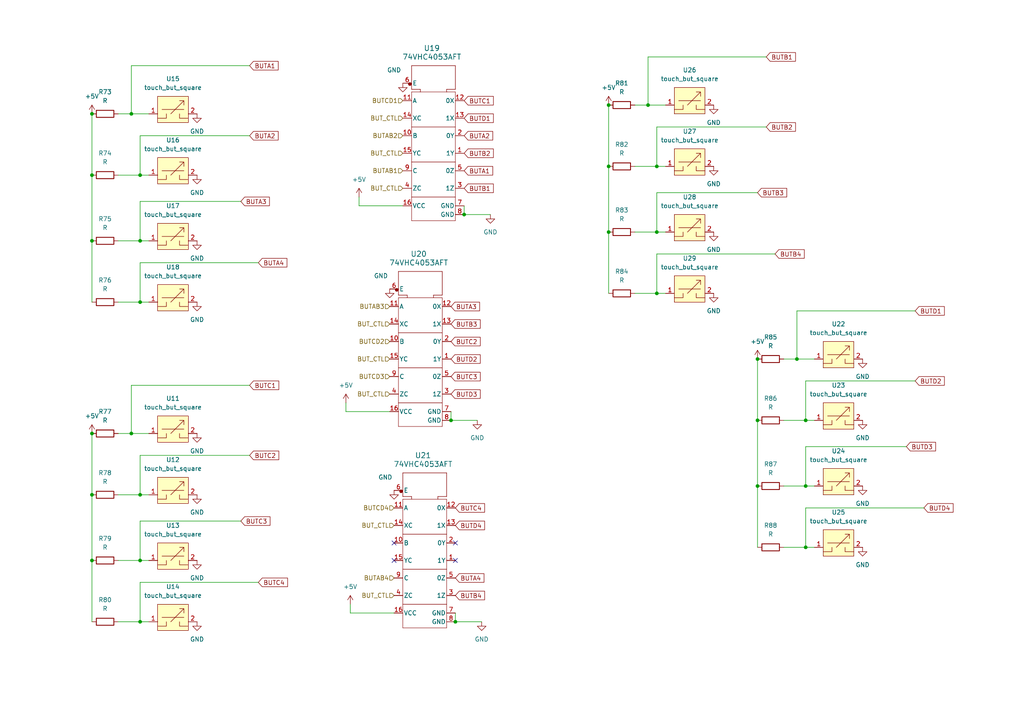
<source format=kicad_sch>
(kicad_sch (version 20231120) (generator "eeschema") (generator_version "8.0")
  (paper "A4")
  (lib_symbols
    (symbol "3dAudioSym:74VHC4053AFT" (pin_names (offset 0.254))
      (property "Reference" "U" (at 0 0 0))
      (property "Value" "74VHC4053AFT" (at 27.94 7.62 0))
      (symbol "74VHC4053AFT_0_1"
        (polyline (pts (xy 2.54 -44.958) (xy 2.54 -7.62)) (stroke (width 0.127)))
        (polyline (pts (xy 2.54 -38.1) (xy 15.24 -38.1)))
        (polyline (pts (xy 2.54 -27.94) (xy 15.24 -27.94)))
        (polyline (pts (xy 2.54 -17.78) (xy 15.24 -17.78)))
        (polyline (pts (xy 2.54 -7.62) (xy 15.24 -7.62)) (stroke (width 0.127)))
        (polyline (pts (xy 2.54 -6.858) (xy 5.08 -6.858)))
        (polyline (pts (xy 2.54 0) (xy 2.54 -6.858)))
        (polyline (pts (xy 2.54 0) (xy 15.24 0)))
        (polyline (pts (xy 5.08 -6.858) (xy 5.08 -7.62)))
        (polyline (pts (xy 12.7 -6.858) (xy 12.7 -7.62)))
        (polyline (pts (xy 15.24 -44.958) (xy 2.54 -44.958)) (stroke (width 0.127)))
        (polyline (pts (xy 15.24 -7.62) (xy 15.24 -44.958)) (stroke (width 0.127)))
        (polyline (pts (xy 15.24 -6.858) (xy 12.7 -6.858)))
        (polyline (pts (xy 15.24 0) (xy 15.24 -6.858)))
        (circle (center 2.032 -5.334) (radius 0.254) (stroke (width 0.508)))
      )
      (symbol "74VHC4053AFT_1_1"
        (pin bidirectional line (at 17.78 -25.4 180) (length 2.54) (name "1Y") (number "1"))
        (pin bidirectional line (at 0 -20.32 0) (length 2.54) (name "B") (number "10"))
        (pin bidirectional line (at 0 -10.16 0) (length 2.54) (name "A") (number "11"))
        (pin bidirectional line (at 17.78 -10.16 180) (length 2.54) (name "0X") (number "12"))
        (pin bidirectional line (at 17.78 -15.24 180) (length 2.54) (name "1X") (number "13"))
        (pin input line (at 0 -15.24 0) (length 2.54) (name "XC") (number "14"))
        (pin input line (at 0 -25.4 0) (length 2.54) (name "YC") (number "15"))
        (pin power_in line (at 0 -40.64 0) (length 2.54) (name "VCC") (number "16"))
        (pin bidirectional line (at 17.78 -20.32 180) (length 2.54) (name "0Y") (number "2"))
        (pin bidirectional line (at 17.78 -35.56 180) (length 2.54) (name "1Z") (number "3"))
        (pin input line (at 0 -35.56 0) (length 2.54) (name "ZC") (number "4"))
        (pin bidirectional line (at 17.78 -30.48 180) (length 2.54) (name "0Z") (number "5"))
        (pin input line (at 0 -5.08 0) (length 2.54) (name "E") (number "6"))
        (pin power_in line (at 17.78 -40.64 180) (length 2.54) (name "GND") (number "7"))
        (pin power_in line (at 17.78 -43.18 180) (length 2.54) (name "GND") (number "8"))
        (pin bidirectional line (at 0 -30.48 0) (length 2.54) (name "C") (number "9"))
      )
    )
    (symbol "3dAudioSym:touch_but_square"
      (property "Reference" "U" (at 7.62 -3.81 0))
      (property "Value" "touch_but_square" (at -2.54 -5.08 0))
      (symbol "touch_but_square_0_1"
        (rectangle (start -3.81 6.35) (end 5.08 -1.27) (fill (type background)))
        (polyline (pts (xy -2.54 2.54) (xy 3.81 2.54)))
        (polyline (pts (xy -3.81 0) (xy -1.27 0) (xy -1.27 1.27)))
        (polyline (pts (xy 5.08 0) (xy 2.54 0) (xy 2.54 1.27)))
        (polyline (pts (xy 0 1.27) (xy 3.81 5.08) (xy 2.54 5.08) (xy 3.81 5.08) (xy 3.81 3.81)))
      )
      (symbol "touch_but_square_1_1"
        (pin input line (at -6.35 1.27 0) (length 2.54) (name "") (number "1"))
        (pin input line (at 7.62 1.27 180) (length 2.54) (name "") (number "2"))
      )
    )
    (symbol "74VHC4053AFT_1" (pin_names (offset 0.254))
      (property "Reference" "U" (at 0 0 0))
      (property "Value" "74VHC4053AFT" (at 27.94 7.62 0))
      (symbol "74VHC4053AFT_1_0_1"
        (polyline (pts (xy 2.54 -44.958) (xy 2.54 -7.62)) (stroke (width 0.127)))
        (polyline (pts (xy 2.54 -38.1) (xy 15.24 -38.1)))
        (polyline (pts (xy 2.54 -27.94) (xy 15.24 -27.94)))
        (polyline (pts (xy 2.54 -17.78) (xy 15.24 -17.78)))
        (polyline (pts (xy 2.54 -7.62) (xy 15.24 -7.62)) (stroke (width 0.127)))
        (polyline (pts (xy 2.54 -6.858) (xy 5.08 -6.858)))
        (polyline (pts (xy 2.54 0) (xy 2.54 -6.858)))
        (polyline (pts (xy 2.54 0) (xy 15.24 0)))
        (polyline (pts (xy 5.08 -6.858) (xy 5.08 -7.62)))
        (polyline (pts (xy 12.7 -6.858) (xy 12.7 -7.62)))
        (polyline (pts (xy 15.24 -44.958) (xy 2.54 -44.958)) (stroke (width 0.127)))
        (polyline (pts (xy 15.24 -7.62) (xy 15.24 -44.958)) (stroke (width 0.127)))
        (polyline (pts (xy 15.24 -6.858) (xy 12.7 -6.858)))
        (polyline (pts (xy 15.24 0) (xy 15.24 -6.858)))
        (circle (center 2.032 -5.334) (radius 0.254) (stroke (width 0.508)))
      )
      (symbol "74VHC4053AFT_1_1_1"
        (pin bidirectional line (at 17.78 -25.4 180) (length 2.54) (name "1Y") (number "1"))
        (pin bidirectional line (at 0 -20.32 0) (length 2.54) (name "B") (number "10"))
        (pin bidirectional line (at 0 -10.16 0) (length 2.54) (name "A") (number "11"))
        (pin bidirectional line (at 17.78 -10.16 180) (length 2.54) (name "0X") (number "12"))
        (pin bidirectional line (at 17.78 -15.24 180) (length 2.54) (name "1X") (number "13"))
        (pin input line (at 0 -15.24 0) (length 2.54) (name "XC") (number "14"))
        (pin input line (at 0 -25.4 0) (length 2.54) (name "YC") (number "15"))
        (pin power_in line (at 0 -40.64 0) (length 2.54) (name "VCC") (number "16"))
        (pin bidirectional line (at 17.78 -20.32 180) (length 2.54) (name "0Y") (number "2"))
        (pin bidirectional line (at 17.78 -35.56 180) (length 2.54) (name "1Z") (number "3"))
        (pin input line (at 0 -35.56 0) (length 2.54) (name "ZC") (number "4"))
        (pin bidirectional line (at 17.78 -30.48 180) (length 2.54) (name "0Z") (number "5"))
        (pin input line (at 0 -5.08 0) (length 2.54) (name "E") (number "6"))
        (pin power_in line (at 17.78 -40.64 180) (length 2.54) (name "GND") (number "7"))
        (pin power_in line (at 17.78 -43.18 180) (length 2.54) (name "GND") (number "8"))
        (pin bidirectional line (at 0 -30.48 0) (length 2.54) (name "C") (number "9"))
      )
    )
    (symbol "74VHC4053AFT_2" (pin_names (offset 0.254))
      (property "Reference" "U" (at 0 0 0))
      (property "Value" "74VHC4053AFT" (at 27.94 7.62 0))
      (symbol "74VHC4053AFT_2_0_1"
        (polyline (pts (xy 2.54 -44.958) (xy 2.54 -7.62)) (stroke (width 0.127)))
        (polyline (pts (xy 2.54 -38.1) (xy 15.24 -38.1)))
        (polyline (pts (xy 2.54 -27.94) (xy 15.24 -27.94)))
        (polyline (pts (xy 2.54 -17.78) (xy 15.24 -17.78)))
        (polyline (pts (xy 2.54 -7.62) (xy 15.24 -7.62)) (stroke (width 0.127)))
        (polyline (pts (xy 2.54 -6.858) (xy 5.08 -6.858)))
        (polyline (pts (xy 2.54 0) (xy 2.54 -6.858)))
        (polyline (pts (xy 2.54 0) (xy 15.24 0)))
        (polyline (pts (xy 5.08 -6.858) (xy 5.08 -7.62)))
        (polyline (pts (xy 12.7 -6.858) (xy 12.7 -7.62)))
        (polyline (pts (xy 15.24 -44.958) (xy 2.54 -44.958)) (stroke (width 0.127)))
        (polyline (pts (xy 15.24 -7.62) (xy 15.24 -44.958)) (stroke (width 0.127)))
        (polyline (pts (xy 15.24 -6.858) (xy 12.7 -6.858)))
        (polyline (pts (xy 15.24 0) (xy 15.24 -6.858)))
        (circle (center 2.032 -5.334) (radius 0.254) (stroke (width 0.508)))
      )
      (symbol "74VHC4053AFT_2_1_1"
        (pin bidirectional line (at 17.78 -25.4 180) (length 2.54) (name "1Y") (number "1"))
        (pin bidirectional line (at 0 -20.32 0) (length 2.54) (name "B") (number "10"))
        (pin bidirectional line (at 0 -10.16 0) (length 2.54) (name "A") (number "11"))
        (pin bidirectional line (at 17.78 -10.16 180) (length 2.54) (name "0X") (number "12"))
        (pin bidirectional line (at 17.78 -15.24 180) (length 2.54) (name "1X") (number "13"))
        (pin input line (at 0 -15.24 0) (length 2.54) (name "XC") (number "14"))
        (pin input line (at 0 -25.4 0) (length 2.54) (name "YC") (number "15"))
        (pin power_in line (at 0 -40.64 0) (length 2.54) (name "VCC") (number "16"))
        (pin bidirectional line (at 17.78 -20.32 180) (length 2.54) (name "0Y") (number "2"))
        (pin bidirectional line (at 17.78 -35.56 180) (length 2.54) (name "1Z") (number "3"))
        (pin input line (at 0 -35.56 0) (length 2.54) (name "ZC") (number "4"))
        (pin bidirectional line (at 17.78 -30.48 180) (length 2.54) (name "0Z") (number "5"))
        (pin input line (at 0 -5.08 0) (length 2.54) (name "E") (number "6"))
        (pin power_in line (at 17.78 -40.64 180) (length 2.54) (name "GND") (number "7"))
        (pin power_in line (at 17.78 -43.18 180) (length 2.54) (name "GND") (number "8"))
        (pin bidirectional line (at 0 -30.48 0) (length 2.54) (name "C") (number "9"))
      )
    )
    (symbol "Device:R" (pin_numbers hide) (pin_names (offset 0))
      (property "Reference" "R" (at 2.032 0 90))
      (property "Value" "R" (at 0 0 90))
      (symbol "R_0_1"
        (rectangle (start -1.016 -2.54) (end 1.016 2.54) (stroke (width 0.254)))
      )
      (symbol "R_1_1"
        (pin passive line (at 0 3.81 270) (length 1.27) (name "~") (number "1"))
        (pin passive line (at 0 -3.81 90) (length 1.27) (name "~") (number "2"))
      )
    )
    (symbol "power:+5V" (power) (pin_names (offset 0))
      (property "Value" "+5V" (at 0 3.556 0))
      (symbol "+5V_0_1"
        (polyline (pts (xy -0.762 1.27) (xy 0 2.54)))
        (polyline (pts (xy 0 0) (xy 0 2.54)))
        (polyline (pts (xy 0 2.54) (xy 0.762 1.27)))
      )
      (symbol "+5V_1_1"
        (pin power_in line (at 0 0 90) (length 0) hide (name "+5V") (number "1"))
      )
    )
    (symbol "power:GND" (power) (pin_names (offset 0))
      (property "Value" "GND" (at 0 -3.81 0))
      (symbol "GND_0_1"
        (polyline (pts (xy 0 0) (xy 0 -1.27) (xy 1.27 -1.27) (xy 0 -2.54) (xy -1.27 -1.27) (xy 0 -1.27)))
      )
      (symbol "GND_1_1"
        (pin power_in line (at 0 0 270) (length 0) hide (name "GND") (number "1"))
      )
    )
  )
  (junction (at 134.62 62.23))
  (junction (at 231.14 104.14))
  (junction (at 38.1 125.73))
  (junction (at 190.5 48.26))
  (junction (at 26.67 162.56))
  (junction (at 187.96 30.48))
  (junction (at 38.1 33.02))
  (junction (at 190.5 85.09))
  (junction (at 176.53 48.26))
  (junction (at 40.64 87.63))
  (junction (at 219.71 121.92))
  (junction (at 26.67 69.85))
  (junction (at 176.53 30.48))
  (junction (at 26.67 50.8))
  (junction (at 132.08 180.34))
  (junction (at 26.67 143.51))
  (junction (at 219.71 140.97))
  (junction (at 190.5 67.31))
  (junction (at 40.64 180.34))
  (junction (at 233.68 121.92))
  (junction (at 130.81 121.92))
  (junction (at 233.68 158.75))
  (junction (at 219.71 104.14))
  (junction (at 40.64 162.56))
  (junction (at 40.64 143.51))
  (junction (at 40.64 50.8))
  (junction (at 26.67 33.02))
  (junction (at 176.53 67.31))
  (junction (at 40.64 69.85))
  (junction (at 26.67 125.73))
  (junction (at 233.68 140.97))
  (no_connect (at 132.08 157.48))
  (no_connect (at 114.3 157.48))
  (no_connect (at 132.08 162.56))
  (no_connect (at 114.3 162.56))
  (wire (pts (xy 222.25 36.83) (xy 190.5 36.83)))
  (wire (pts (xy 130.81 119.38) (xy 130.81 121.92)))
  (wire (pts (xy 219.71 121.92) (xy 219.71 140.97)))
  (wire (pts (xy 233.68 110.49) (xy 233.68 121.92)))
  (wire (pts (xy 101.6 177.8) (xy 114.3 177.8)))
  (wire (pts (xy 190.5 85.09) (xy 193.04 85.09)))
  (wire (pts (xy 40.64 58.42) (xy 40.64 69.85)))
  (wire (pts (xy 219.71 140.97) (xy 219.71 158.75)))
  (wire (pts (xy 233.68 147.32) (xy 267.97 147.32)))
  (wire (pts (xy 34.29 87.63) (xy 40.64 87.63)))
  (wire (pts (xy 26.67 162.56) (xy 26.67 180.34)))
  (wire (pts (xy 233.68 158.75) (xy 236.22 158.75)))
  (wire (pts (xy 227.33 104.14) (xy 231.14 104.14)))
  (wire (pts (xy 233.68 129.54) (xy 233.68 140.97)))
  (wire (pts (xy 34.29 180.34) (xy 40.64 180.34)))
  (wire (pts (xy 26.67 33.02) (xy 26.67 50.8)))
  (wire (pts (xy 190.5 36.83) (xy 190.5 48.26)))
  (wire (pts (xy 34.29 33.02) (xy 38.1 33.02)))
  (wire (pts (xy 72.39 132.08) (xy 40.64 132.08)))
  (wire (pts (xy 231.14 104.14) (xy 231.14 90.17)))
  (wire (pts (xy 104.14 57.15) (xy 104.14 59.69)))
  (wire (pts (xy 34.29 125.73) (xy 38.1 125.73)))
  (wire (pts (xy 130.81 121.92) (xy 138.43 121.92)))
  (wire (pts (xy 265.43 110.49) (xy 233.68 110.49)))
  (wire (pts (xy 184.15 67.31) (xy 190.5 67.31)))
  (wire (pts (xy 219.71 104.14) (xy 219.71 121.92)))
  (wire (pts (xy 34.29 50.8) (xy 40.64 50.8)))
  (wire (pts (xy 233.68 121.92) (xy 236.22 121.92)))
  (wire (pts (xy 38.1 19.05) (xy 72.39 19.05)))
  (wire (pts (xy 190.5 73.66) (xy 224.79 73.66)))
  (wire (pts (xy 132.08 177.8) (xy 132.08 180.34)))
  (wire (pts (xy 101.6 175.26) (xy 101.6 177.8)))
  (wire (pts (xy 34.29 162.56) (xy 40.64 162.56)))
  (wire (pts (xy 40.64 143.51) (xy 43.18 143.51)))
  (wire (pts (xy 38.1 33.02) (xy 38.1 19.05)))
  (wire (pts (xy 72.39 39.37) (xy 40.64 39.37)))
  (wire (pts (xy 26.67 50.8) (xy 26.67 69.85)))
  (wire (pts (xy 190.5 73.66) (xy 190.5 85.09)))
  (wire (pts (xy 100.33 119.38) (xy 113.03 119.38)))
  (wire (pts (xy 40.64 58.42) (xy 69.85 58.42)))
  (wire (pts (xy 40.64 87.63) (xy 43.18 87.63)))
  (wire (pts (xy 38.1 125.73) (xy 43.18 125.73)))
  (wire (pts (xy 40.64 132.08) (xy 40.64 143.51)))
  (wire (pts (xy 38.1 33.02) (xy 43.18 33.02)))
  (wire (pts (xy 231.14 104.14) (xy 236.22 104.14)))
  (wire (pts (xy 40.64 168.91) (xy 74.93 168.91)))
  (wire (pts (xy 40.64 168.91) (xy 40.64 180.34)))
  (wire (pts (xy 187.96 30.48) (xy 187.96 16.51)))
  (wire (pts (xy 40.64 76.2) (xy 40.64 87.63)))
  (wire (pts (xy 187.96 30.48) (xy 193.04 30.48)))
  (wire (pts (xy 100.33 116.84) (xy 100.33 119.38)))
  (wire (pts (xy 227.33 121.92) (xy 233.68 121.92)))
  (wire (pts (xy 40.64 69.85) (xy 43.18 69.85)))
  (wire (pts (xy 190.5 55.88) (xy 190.5 67.31)))
  (wire (pts (xy 40.64 180.34) (xy 43.18 180.34)))
  (wire (pts (xy 176.53 48.26) (xy 176.53 67.31)))
  (wire (pts (xy 184.15 85.09) (xy 190.5 85.09)))
  (wire (pts (xy 38.1 111.76) (xy 72.39 111.76)))
  (wire (pts (xy 38.1 125.73) (xy 38.1 111.76)))
  (wire (pts (xy 190.5 67.31) (xy 193.04 67.31)))
  (wire (pts (xy 227.33 140.97) (xy 233.68 140.97)))
  (wire (pts (xy 190.5 48.26) (xy 193.04 48.26)))
  (wire (pts (xy 233.68 147.32) (xy 233.68 158.75)))
  (wire (pts (xy 34.29 143.51) (xy 40.64 143.51)))
  (wire (pts (xy 40.64 76.2) (xy 74.93 76.2)))
  (wire (pts (xy 184.15 30.48) (xy 187.96 30.48)))
  (wire (pts (xy 187.96 16.51) (xy 222.25 16.51)))
  (wire (pts (xy 233.68 140.97) (xy 236.22 140.97)))
  (wire (pts (xy 176.53 30.48) (xy 176.53 48.26)))
  (wire (pts (xy 26.67 69.85) (xy 26.67 87.63)))
  (wire (pts (xy 184.15 48.26) (xy 190.5 48.26)))
  (wire (pts (xy 233.68 129.54) (xy 262.89 129.54)))
  (wire (pts (xy 231.14 90.17) (xy 265.43 90.17)))
  (wire (pts (xy 134.62 59.69) (xy 134.62 62.23)))
  (wire (pts (xy 132.08 180.34) (xy 139.7 180.34)))
  (wire (pts (xy 26.67 143.51) (xy 26.67 162.56)))
  (wire (pts (xy 34.29 69.85) (xy 40.64 69.85)))
  (wire (pts (xy 40.64 151.13) (xy 69.85 151.13)))
  (wire (pts (xy 227.33 158.75) (xy 233.68 158.75)))
  (wire (pts (xy 190.5 55.88) (xy 219.71 55.88)))
  (wire (pts (xy 40.64 151.13) (xy 40.64 162.56)))
  (wire (pts (xy 40.64 39.37) (xy 40.64 50.8)))
  (wire (pts (xy 176.53 67.31) (xy 176.53 85.09)))
  (wire (pts (xy 104.14 59.69) (xy 116.84 59.69)))
  (wire (pts (xy 134.62 62.23) (xy 142.24 62.23)))
  (wire (pts (xy 26.67 125.73) (xy 26.67 143.51)))
  (wire (pts (xy 40.64 162.56) (xy 43.18 162.56)))
  (wire (pts (xy 40.64 50.8) (xy 43.18 50.8)))
  (global_label "BUTA2" (shape input) (at 72.39 39.37 0) (property "Intersheetrefs" "${INTERSHEET_REFS}" (effects (hide yes))))
  (global_label "BUTB3" (shape input) (at 130.81 93.98 0) (property "Intersheetrefs" "${INTERSHEET_REFS}" (effects (hide yes))))
  (global_label "BUTA4" (shape input) (at 74.93 76.2 0) (property "Intersheetrefs" "${INTERSHEET_REFS}" (effects (hide yes))))
  (global_label "BUTC1" (shape input) (at 72.39 111.76 0) (property "Intersheetrefs" "${INTERSHEET_REFS}" (effects (hide yes))))
  (global_label "BUTC3" (shape input) (at 130.81 109.22 0) (property "Intersheetrefs" "${INTERSHEET_REFS}" (effects (hide yes))))
  (global_label "BUTA3" (shape input) (at 69.85 58.42 0) (property "Intersheetrefs" "${INTERSHEET_REFS}" (effects (hide yes))))
  (global_label "BUTA1" (shape input) (at 72.39 19.05 0) (property "Intersheetrefs" "${INTERSHEET_REFS}" (effects (hide yes))))
  (global_label "BUTD3" (shape input) (at 130.81 114.3 0) (property "Intersheetrefs" "${INTERSHEET_REFS}" (effects (hide yes))))
  (global_label "BUTB4" (shape input) (at 224.79 73.66 0) (property "Intersheetrefs" "${INTERSHEET_REFS}" (effects (hide yes))))
  (global_label "BUTC4" (shape input) (at 132.08 147.32 0) (property "Intersheetrefs" "${INTERSHEET_REFS}" (effects (hide yes))))
  (global_label "BUTD3" (shape input) (at 262.89 129.54 0) (property "Intersheetrefs" "${INTERSHEET_REFS}" (effects (hide yes))))
  (global_label "BUTA3" (shape input) (at 130.81 88.9 0) (property "Intersheetrefs" "${INTERSHEET_REFS}" (effects (hide yes))))
  (global_label "BUTC2" (shape input) (at 130.81 99.06 0) (property "Intersheetrefs" "${INTERSHEET_REFS}" (effects (hide yes))))
  (global_label "BUTC4" (shape input) (at 74.93 168.91 0) (property "Intersheetrefs" "${INTERSHEET_REFS}" (effects (hide yes))))
  (global_label "BUTB4" (shape input) (at 132.08 172.72 0) (property "Intersheetrefs" "${INTERSHEET_REFS}" (effects (hide yes))))
  (global_label "BUTB2" (shape input) (at 134.62 44.45 0) (property "Intersheetrefs" "${INTERSHEET_REFS}" (effects (hide yes))))
  (global_label "BUTD1" (shape input) (at 265.43 90.17 0) (property "Intersheetrefs" "${INTERSHEET_REFS}" (effects (hide yes))))
  (global_label "BUTD1" (shape input) (at 134.62 34.29 0) (property "Intersheetrefs" "${INTERSHEET_REFS}" (effects (hide yes))))
  (global_label "BUTD4" (shape input) (at 267.97 147.32 0) (property "Intersheetrefs" "${INTERSHEET_REFS}" (effects (hide yes))))
  (global_label "BUTC2" (shape input) (at 72.39 132.08 0) (property "Intersheetrefs" "${INTERSHEET_REFS}" (effects (hide yes))))
  (global_label "BUTD4" (shape input) (at 132.08 152.4 0) (property "Intersheetrefs" "${INTERSHEET_REFS}" (effects (hide yes))))
  (global_label "BUTB1" (shape input) (at 134.62 54.61 0) (property "Intersheetrefs" "${INTERSHEET_REFS}" (effects (hide yes))))
  (global_label "BUTD2" (shape input) (at 130.81 104.14 0) (property "Intersheetrefs" "${INTERSHEET_REFS}" (effects (hide yes))))
  (global_label "BUTC1" (shape input) (at 134.62 29.21 0) (property "Intersheetrefs" "${INTERSHEET_REFS}" (effects (hide yes))))
  (global_label "BUTD2" (shape input) (at 265.43 110.49 0) (property "Intersheetrefs" "${INTERSHEET_REFS}" (effects (hide yes))))
  (global_label "BUTA1" (shape input) (at 134.62 49.53 0) (property "Intersheetrefs" "${INTERSHEET_REFS}" (effects (hide yes))))
  (global_label "BUTB3" (shape input) (at 219.71 55.88 0) (property "Intersheetrefs" "${INTERSHEET_REFS}" (effects (hide yes))))
  (global_label "BUTB1" (shape input) (at 222.25 16.51 0) (property "Intersheetrefs" "${INTERSHEET_REFS}" (effects (hide yes))))
  (global_label "BUTA2" (shape input) (at 134.62 39.37 0) (property "Intersheetrefs" "${INTERSHEET_REFS}" (effects (hide yes))))
  (global_label "BUTC3" (shape input) (at 69.85 151.13 0) (property "Intersheetrefs" "${INTERSHEET_REFS}" (effects (hide yes))))
  (global_label "BUTB2" (shape input) (at 222.25 36.83 0) (property "Intersheetrefs" "${INTERSHEET_REFS}" (effects (hide yes))))
  (global_label "BUTA4" (shape input) (at 132.08 167.64 0) (property "Intersheetrefs" "${INTERSHEET_REFS}" (effects (hide yes))))
  (hierarchical_label "BUT_CTL" (shape input) (at 116.84 44.45 180))
  (hierarchical_label "BUTAB2" (shape input) (at 116.84 39.37 180))
  (hierarchical_label "BUTAB3" (shape input) (at 113.03 88.9 180))
  (hierarchical_label "BUT_CTL" (shape input) (at 114.3 152.4 180))
  (hierarchical_label "BUT_CTL" (shape input) (at 113.03 104.14 180))
  (hierarchical_label "BUT_CTL" (shape input) (at 114.3 172.72 180))
  (hierarchical_label "BUTCD4" (shape input) (at 114.3 147.32 180))
  (hierarchical_label "BUTAB4" (shape input) (at 114.3 167.64 180))
  (hierarchical_label "BUTCD3" (shape input) (at 113.03 109.22 180))
  (hierarchical_label "BUT_CTL" (shape input) (at 113.03 114.3 180))
  (hierarchical_label "BUTAB1" (shape input) (at 116.84 49.53 180))
  (hierarchical_label "BUT_CTL" (shape input) (at 116.84 34.29 180))
  (hierarchical_label "BUT_CTL" (shape input) (at 116.84 54.61 180))
  (hierarchical_label "BUTCD1" (shape input) (at 116.84 29.21 180))
  (hierarchical_label "BUT_CTL" (shape input) (at 113.03 93.98 180))
  (hierarchical_label "BUTCD2" (shape input) (at 113.03 99.06 180))
  (symbol (lib_id "power:GND") (at 207.01 85.09 0) (unit 1)
    (property "Reference" "#PWR045" (effects (hide yes)))
    (property "Value" "GND" (at 207.01 90.17 0))
  )
  (symbol (lib_id "power:GND") (at 57.15 125.73 0) (unit 1)
    (property "Reference" "#PWR031" (effects (hide yes)))
    (property "Value" "GND" (at 57.15 130.81 0))
  )
  (symbol (lib_id "3dAudioSym:touch_but_square") (at 199.39 86.36 0) (unit 1)
    (property "Reference" "U29" (at 200.025 74.93 0))
    (property "Value" "touch_but_square" (at 200.025 77.47 0))
    (property "Footprint" "3dAudioFoot:But_Velo_Rec_1" (effects (hide yes)))
  )
  (symbol (lib_id "Device:R") (at 30.48 162.56 90) (unit 1)
    (property "Reference" "R79" (at 30.48 156.21 90))
    (property "Value" "R" (at 30.48 158.75 90))
    (property "Footprint" "Resistor_SMD:R_1206_3216Metric_Pad1.30x1.75mm_HandSolder" (effects (hide yes)))
  )
  (symbol (lib_id "power:GND") (at 57.15 69.85 0) (unit 1)
    (property "Reference" "#PWR036" (effects (hide yes)))
    (property "Value" "GND" (at 57.15 74.93 0))
  )
  (symbol (lib_id "power:GND") (at 207.01 48.26 0) (unit 1)
    (property "Reference" "#PWR043" (effects (hide yes)))
    (property "Value" "GND" (at 207.01 53.34 0))
  )
  (symbol (lib_id "power:GND") (at 57.15 87.63 0) (unit 1)
    (property "Reference" "#PWR041" (effects (hide yes)))
    (property "Value" "GND" (at 57.15 92.71 0))
  )
  (symbol (lib_id "Device:R") (at 30.48 143.51 90) (unit 1)
    (property "Reference" "R78" (at 30.48 137.16 90))
    (property "Value" "R" (at 30.48 139.7 90))
    (property "Footprint" "Resistor_SMD:R_1206_3216Metric_Pad1.30x1.75mm_HandSolder" (effects (hide yes)))
  )
  (symbol (lib_id "3dAudioSym:touch_but_square") (at 49.53 181.61 0) (unit 1)
    (property "Reference" "U14" (at 50.165 170.18 0))
    (property "Value" "touch_but_square" (at 50.165 172.72 0))
    (property "Footprint" "3dAudioFoot:But_Velo_Rec_1" (effects (hide yes)))
  )
  (symbol (lib_id "Device:R") (at 180.34 30.48 90) (unit 1)
    (property "Reference" "R81" (at 180.34 24.13 90))
    (property "Value" "R" (at 180.34 26.67 90))
    (property "Footprint" "Resistor_SMD:R_1206_3216Metric_Pad1.30x1.75mm_HandSolder" (effects (hide yes)))
  )
  (symbol (lib_id "power:GND") (at 57.15 143.51 0) (unit 1)
    (property "Reference" "#PWR032" (effects (hide yes)))
    (property "Value" "GND" (at 57.15 148.59 0))
  )
  (symbol (lib_id "Device:R") (at 30.48 33.02 90) (unit 1)
    (property "Reference" "R73" (at 30.48 26.67 90))
    (property "Value" "R" (at 30.48 29.21 90))
    (property "Footprint" "Resistor_SMD:R_1206_3216Metric_Pad1.30x1.75mm_HandSolder" (effects (hide yes)))
  )
  (symbol (lib_id "power:GND") (at 57.15 50.8 0) (unit 1)
    (property "Reference" "#PWR035" (effects (hide yes)))
    (property "Value" "GND" (at 57.15 55.88 0))
  )
  (symbol (lib_id "3dAudioSym:touch_but_square") (at 242.57 142.24 0) (unit 1)
    (property "Reference" "U24" (at 243.205 130.81 0))
    (property "Value" "touch_but_square" (at 243.205 133.35 0))
    (property "Footprint" "3dAudioFoot:But_Velo_Rec_1" (effects (hide yes)))
  )
  (symbol (lib_id "3dAudioSym:touch_but_square") (at 49.53 34.29 0) (unit 1)
    (property "Reference" "U15" (at 50.165 22.86 0))
    (property "Value" "touch_but_square" (at 50.165 25.4 0))
    (property "Footprint" "3dAudioFoot:But_Velo_Rec_1" (effects (hide yes)))
  )
  (symbol (lib_id "power:GND") (at 138.43 121.92 0) (unit 1)
    (property "Reference" "#PWR052" (effects (hide yes)))
    (property "Value" "GND" (at 138.43 127 0))
  )
  (symbol (lib_id "3dAudioSym:touch_but_square") (at 49.53 144.78 0) (unit 1)
    (property "Reference" "U12" (at 50.165 133.35 0))
    (property "Value" "touch_but_square" (at 50.165 135.89 0))
    (property "Footprint" "3dAudioFoot:But_Velo_Rec_1" (effects (hide yes)))
  )
  (symbol (lib_id "Device:R") (at 223.52 121.92 90) (unit 1)
    (property "Reference" "R86" (at 223.52 115.57 90))
    (property "Value" "R" (at 223.52 118.11 90))
    (property "Footprint" "Resistor_SMD:R_1206_3216Metric_Pad1.30x1.75mm_HandSolder" (effects (hide yes)))
  )
  (symbol (lib_id "Device:R") (at 30.48 87.63 90) (unit 1)
    (property "Reference" "R76" (at 30.48 81.28 90))
    (property "Value" "R" (at 30.48 83.82 90))
    (property "Footprint" "Resistor_SMD:R_1206_3216Metric_Pad1.30x1.75mm_HandSolder" (effects (hide yes)))
  )
  (symbol (lib_id "power:+5V") (at 100.33 116.84 0) (unit 1)
    (property "Reference" "#PWR054" (effects (hide yes)))
    (property "Value" "+5V" (at 100.33 111.76 0))
  )
  (symbol (lib_id "3dAudioSym:touch_but_square") (at 242.57 105.41 0) (unit 1)
    (property "Reference" "U22" (at 243.205 93.98 0))
    (property "Value" "touch_but_square" (at 243.205 96.52 0))
    (property "Footprint" "3dAudioFoot:But_Velo_Rec_1" (effects (hide yes)))
  )
  (symbol (lib_id "Device:R") (at 30.48 69.85 90) (unit 1)
    (property "Reference" "R75" (at 30.48 63.5 90))
    (property "Value" "R" (at 30.48 66.04 90))
    (property "Footprint" "Resistor_SMD:R_1206_3216Metric_Pad1.30x1.75mm_HandSolder" (effects (hide yes)))
  )
  (symbol (lib_id "Device:R") (at 223.52 140.97 90) (unit 1)
    (property "Reference" "R87" (at 223.52 134.62 90))
    (property "Value" "R" (at 223.52 137.16 90))
    (property "Footprint" "Resistor_SMD:R_1206_3216Metric_Pad1.30x1.75mm_HandSolder" (effects (hide yes)))
  )
  (symbol (lib_id "power:GND") (at 57.15 180.34 0) (unit 1)
    (property "Reference" "#PWR038" (effects (hide yes)))
    (property "Value" "GND" (at 57.15 185.42 0))
  )
  (symbol (lib_id "power:GND") (at 207.01 67.31 0) (unit 1)
    (property "Reference" "#PWR044" (effects (hide yes)))
    (property "Value" "GND" (at 207.01 72.39 0))
  )
  (symbol (lib_id "3dAudioSym:touch_but_square") (at 242.57 123.19 0) (unit 1)
    (property "Reference" "U23" (at 243.205 111.76 0))
    (property "Value" "touch_but_square" (at 243.205 114.3 0))
    (property "Footprint" "3dAudioFoot:But_Velo_Rec_1" (effects (hide yes)))
  )
  (symbol (lib_id "3dAudioSym:touch_but_square") (at 49.53 52.07 0) (unit 1)
    (property "Reference" "U16" (at 50.165 40.64 0))
    (property "Value" "touch_but_square" (at 50.165 43.18 0))
    (property "Footprint" "3dAudioFoot:But_Velo_Rec_1" (effects (hide yes)))
  )
  (symbol (lib_id "3dAudioSym:touch_but_square") (at 199.39 49.53 0) (unit 1)
    (property "Reference" "U27" (at 200.025 38.1 0))
    (property "Value" "touch_but_square" (at 200.025 40.64 0))
    (property "Footprint" "3dAudioFoot:But_Velo_Rec_1" (effects (hide yes)))
  )
  (symbol (lib_id "Device:R") (at 223.52 104.14 90) (unit 1)
    (property "Reference" "R85" (at 223.52 97.79 90))
    (property "Value" "R" (at 223.52 100.33 90))
    (property "Footprint" "Resistor_SMD:R_1206_3216Metric_Pad1.30x1.75mm_HandSolder" (effects (hide yes)))
  )
  (symbol (lib_id "Device:R") (at 30.48 125.73 90) (unit 1)
    (property "Reference" "R77" (at 30.48 119.38 90))
    (property "Value" "R" (at 30.48 121.92 90))
    (property "Footprint" "Resistor_SMD:R_1206_3216Metric_Pad1.30x1.75mm_HandSolder" (effects (hide yes)))
  )
  (symbol (lib_id "3dAudioSym:touch_but_square") (at 242.57 160.02 0) (unit 1)
    (property "Reference" "U25" (at 243.205 148.59 0))
    (property "Value" "touch_but_square" (at 243.205 151.13 0))
    (property "Footprint" "3dAudioFoot:But_Velo_Rec_1" (effects (hide yes)))
  )
  (symbol (lib_id "3dAudioSym:touch_but_square") (at 49.53 88.9 0) (unit 1)
    (property "Reference" "U18" (at 50.165 77.47 0))
    (property "Value" "touch_but_square" (at 50.165 80.01 0))
    (property "Footprint" "3dAudioFoot:But_Velo_Rec_1" (effects (hide yes)))
  )
  (symbol (lib_id "3dAudioSym:touch_but_square") (at 199.39 31.75 0) (unit 1)
    (property "Reference" "U26" (at 200.025 20.32 0))
    (property "Value" "touch_but_square" (at 200.025 22.86 0))
    (property "Footprint" "3dAudioFoot:But_Velo_Rec_1" (effects (hide yes)))
  )
  (symbol (lib_id "power:GND") (at 142.24 62.23 0) (unit 1)
    (property "Reference" "#PWR050" (effects (hide yes)))
    (property "Value" "GND" (at 142.24 67.31 0))
  )
  (symbol (lib_id "3dAudioSym:touch_but_square") (at 49.53 71.12 0) (unit 1)
    (property "Reference" "U17" (at 50.165 59.69 0))
    (property "Value" "touch_but_square" (at 50.165 62.23 0))
    (property "Footprint" "3dAudioFoot:But_Velo_Rec_1" (effects (hide yes)))
  )
  (symbol (lib_id "power:GND") (at 116.84 24.13 0) (unit 1)
    (property "Reference" "#PWR042" (effects (hide yes)))
    (property "Value" "GND" (at 114.3 20.32 0))
  )
  (symbol (lib_id "power:+5V") (at 176.53 30.48 0) (unit 1)
    (property "Reference" "#PWR037" (effects (hide yes)))
    (property "Value" "+5V" (at 176.53 25.4 0))
  )
  (symbol (lib_id "power:GND") (at 207.01 30.48 0) (unit 1)
    (property "Reference" "#PWR040" (effects (hide yes)))
    (property "Value" "GND" (at 207.01 35.56 0))
  )
  (symbol (lib_id "power:+5V") (at 104.14 57.15 0) (unit 1)
    (property "Reference" "#PWR051" (effects (hide yes)))
    (property "Value" "+5V" (at 104.14 52.07 0))
  )
  (symbol (lib_name "74VHC4053AFT_2") (lib_id "3dAudioSym:74VHC4053AFT") (at 113.03 78.74 0) (unit 1)
    (property "Reference" "U20" (at 121.4437 73.66 0) (effects (font (size 1.524 1.524))))
    (property "Value" "74VHC4053AFT" (at 121.4437 76.2 0) (effects (font (size 1.524 1.524))))
    (property "Footprint" "3dAudioFoot:74vhc4053aft" (effects (hide yes)))
    (property "Datasheet" "74VHC4053AFT" (effects (hide yes)))
  )
  (symbol (lib_id "Device:R") (at 223.52 158.75 90) (unit 1)
    (property "Reference" "R88" (at 223.52 152.4 90))
    (property "Value" "R" (at 223.52 154.94 90))
    (property "Footprint" "Resistor_SMD:R_1206_3216Metric_Pad1.30x1.75mm_HandSolder" (effects (hide yes)))
  )
  (symbol (lib_id "3dAudioSym:74VHC4053AFT") (at 114.3 137.16 0) (unit 1)
    (property "Reference" "U21" (at 122.7137 132.08 0) (effects (font (size 1.524 1.524))))
    (property "Value" "74VHC4053AFT" (at 122.7137 134.62 0) (effects (font (size 1.524 1.524))))
    (property "Footprint" "3dAudioFoot:74vhc4053aft" (effects (hide yes)))
    (property "Datasheet" "74VHC4053AFT" (effects (hide yes)))
  )
  (symbol (lib_id "3dAudioSym:touch_but_square") (at 199.39 68.58 0) (unit 1)
    (property "Reference" "U28" (at 200.025 57.15 0))
    (property "Value" "touch_but_square" (at 200.025 59.69 0))
    (property "Footprint" "3dAudioFoot:But_Velo_Rec_1" (effects (hide yes)))
  )
  (symbol (lib_id "power:GND") (at 57.15 162.56 0) (unit 1)
    (property "Reference" "#PWR033" (effects (hide yes)))
    (property "Value" "GND" (at 57.15 167.64 0))
  )
  (symbol (lib_id "Device:R") (at 180.34 85.09 90) (unit 1)
    (property "Reference" "R84" (at 180.34 78.74 90))
    (property "Value" "R" (at 180.34 81.28 90))
    (property "Footprint" "Resistor_SMD:R_1206_3216Metric_Pad1.30x1.75mm_HandSolder" (effects (hide yes)))
  )
  (symbol (lib_id "power:GND") (at 113.03 83.82 0) (unit 1)
    (property "Reference" "#PWR056" (effects (hide yes)))
    (property "Value" "GND" (at 110.49 80.01 0))
  )
  (symbol (lib_id "power:+5V") (at 26.67 125.73 0) (unit 1)
    (property "Reference" "#PWR030" (effects (hide yes)))
    (property "Value" "+5V" (at 26.67 120.65 0))
  )
  (symbol (lib_id "power:+5V") (at 26.67 33.02 0) (unit 1)
    (property "Reference" "#PWR029" (effects (hide yes)))
    (property "Value" "+5V" (at 26.67 27.94 0))
  )
  (symbol (lib_id "3dAudioSym:touch_but_square") (at 49.53 163.83 0) (unit 1)
    (property "Reference" "U13" (at 50.165 152.4 0))
    (property "Value" "touch_but_square" (at 50.165 154.94 0))
    (property "Footprint" "3dAudioFoot:But_Velo_Rec_1" (effects (hide yes)))
  )
  (symbol (lib_id "Device:R") (at 180.34 48.26 90) (unit 1)
    (property "Reference" "R82" (at 180.34 41.91 90))
    (property "Value" "R" (at 180.34 44.45 90))
    (property "Footprint" "Resistor_SMD:R_1206_3216Metric_Pad1.30x1.75mm_HandSolder" (effects (hide yes)))
  )
  (symbol (lib_id "power:GND") (at 250.19 104.14 0) (unit 1)
    (property "Reference" "#PWR046" (effects (hide yes)))
    (property "Value" "GND" (at 250.19 109.22 0))
  )
  (symbol (lib_id "Device:R") (at 30.48 50.8 90) (unit 1)
    (property "Reference" "R74" (at 30.48 44.45 90))
    (property "Value" "R" (at 30.48 46.99 90))
    (property "Footprint" "Resistor_SMD:R_1206_3216Metric_Pad1.30x1.75mm_HandSolder" (effects (hide yes)))
  )
  (symbol (lib_id "Device:R") (at 180.34 67.31 90) (unit 1)
    (property "Reference" "R83" (at 180.34 60.96 90))
    (property "Value" "R" (at 180.34 63.5 90))
    (property "Footprint" "Resistor_SMD:R_1206_3216Metric_Pad1.30x1.75mm_HandSolder" (effects (hide yes)))
  )
  (symbol (lib_id "power:GND") (at 250.19 158.75 0) (unit 1)
    (property "Reference" "#PWR049" (effects (hide yes)))
    (property "Value" "GND" (at 250.19 163.83 0))
  )
  (symbol (lib_id "3dAudioSym:touch_but_square") (at 49.53 127 0) (unit 1)
    (property "Reference" "U11" (at 50.165 115.57 0))
    (property "Value" "touch_but_square" (at 50.165 118.11 0))
    (property "Footprint" "3dAudioFoot:But_Velo_Rec_1" (effects (hide yes)))
  )
  (symbol (lib_id "power:GND") (at 139.7 180.34 0) (unit 1)
    (property "Reference" "#PWR053" (effects (hide yes)))
    (property "Value" "GND" (at 139.7 185.42 0))
  )
  (symbol (lib_id "power:GND") (at 250.19 140.97 0) (unit 1)
    (property "Reference" "#PWR048" (effects (hide yes)))
    (property "Value" "GND" (at 250.19 146.05 0))
  )
  (symbol (lib_id "power:GND") (at 114.3 142.24 0) (unit 1)
    (property "Reference" "#PWR091" (effects (hide yes)))
    (property "Value" "GND" (at 111.76 138.43 0))
  )
  (symbol (lib_id "power:+5V") (at 219.71 104.14 0) (unit 1)
    (property "Reference" "#PWR039" (effects (hide yes)))
    (property "Value" "+5V" (at 219.71 99.06 0))
  )
  (symbol (lib_name "74VHC4053AFT_1") (lib_id "3dAudioSym:74VHC4053AFT") (at 116.84 19.05 0) (unit 1)
    (property "Reference" "U19" (at 125.2537 13.97 0) (effects (font (size 1.524 1.524))))
    (property "Value" "74VHC4053AFT" (at 125.2537 16.51 0) (effects (font (size 1.524 1.524))))
    (property "Footprint" "3dAudioFoot:74vhc4053aft" (effects (hide yes)))
    (property "Datasheet" "74VHC4053AFT" (effects (hide yes)))
  )
  (symbol (lib_id "Device:R") (at 30.48 180.34 90) (unit 1)
    (property "Reference" "R80" (at 30.48 173.99 90))
    (property "Value" "R" (at 30.48 176.53 90))
    (property "Footprint" "Resistor_SMD:R_1206_3216Metric_Pad1.30x1.75mm_HandSolder" (effects (hide yes)))
  )
  (symbol (lib_id "power:+5V") (at 101.6 175.26 0) (unit 1)
    (property "Reference" "#PWR055" (effects (hide yes)))
    (property "Value" "+5V" (at 101.6 170.18 0))
  )
  (symbol (lib_id "power:GND") (at 57.15 33.02 0) (unit 1)
    (property "Reference" "#PWR034" (effects (hide yes)))
    (property "Value" "GND" (at 57.15 38.1 0))
  )
  (symbol (lib_id "power:GND") (at 250.19 121.92 0) (unit 1)
    (property "Reference" "#PWR047" (effects (hide yes)))
    (property "Value" "GND" (at 250.19 127 0))
  )
)
</source>
